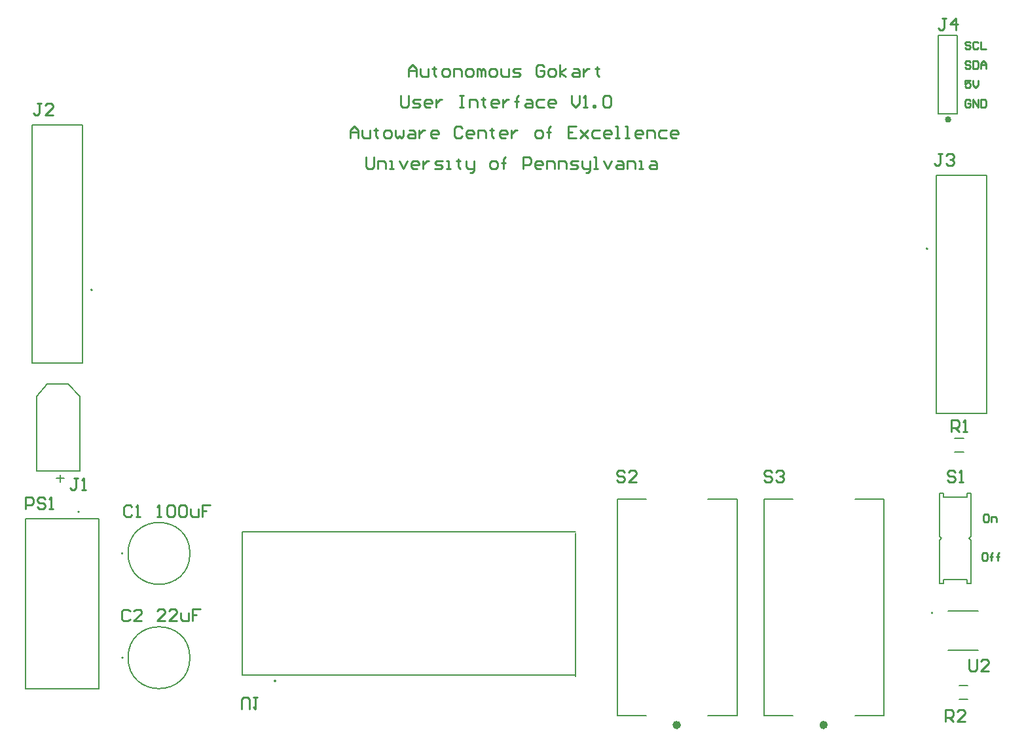
<source format=gto>
G04*
G04 #@! TF.GenerationSoftware,Altium Limited,Altium Designer,22.8.2 (66)*
G04*
G04 Layer_Color=65535*
%FSLAX42Y42*%
%MOMM*%
G71*
G04*
G04 #@! TF.SameCoordinates,889D92F3-8E91-4399-9715-C869CBAF0A79*
G04*
G04*
G04 #@! TF.FilePolarity,Positive*
G04*
G01*
G75*
%ADD10C,0.20*%
%ADD11C,0.61*%
%ADD12C,0.13*%
%ADD13C,0.40*%
%ADD14C,0.25*%
D10*
X3460Y850D02*
G03*
X3460Y850I-10J0D01*
G01*
X920Y3040D02*
G03*
X920Y3040I-10J0D01*
G01*
X1485Y2500D02*
G03*
X1485Y2500I-10J0D01*
G01*
Y1150D02*
G03*
X1485Y1150I-10J0D01*
G01*
X1088Y5912D02*
G03*
X1088Y5912I-10J0D01*
G01*
X11890Y6442D02*
G03*
X11890Y6442I-10J0D01*
G01*
X11956Y1731D02*
G03*
X11956Y1731I-10J0D01*
G01*
D11*
X8670Y280D02*
G03*
X8670Y280I-25J0D01*
G01*
X10570D02*
G03*
X10570Y280I-25J0D01*
G01*
D12*
X2350Y2500D02*
G03*
X2350Y2500I-400J0D01*
G01*
Y1150D02*
G03*
X2350Y1150I-400J0D01*
G01*
X3030Y923D02*
Y2777D01*
Y923D02*
X7335Y923D01*
X3030Y2777D02*
X7335Y2777D01*
X7335Y910D02*
Y2764D01*
X12047Y2112D02*
Y2671D01*
X12072Y2696D01*
X12047Y2721D02*
X12072Y2696D01*
X12047Y2721D02*
Y3280D01*
X12098D01*
Y3229D02*
Y3280D01*
Y3229D02*
X12402D01*
Y3280D01*
X12453D01*
Y2721D02*
Y3280D01*
X12428Y2696D02*
X12453Y2721D01*
X12428Y2696D02*
X12453Y2671D01*
Y2112D02*
Y2671D01*
X12402Y2112D02*
X12453D01*
X12402D02*
Y2163D01*
X12098D02*
X12402D01*
X12098Y2112D02*
Y2163D01*
X12047Y2112D02*
X12098D01*
X225Y2950D02*
X1175D01*
X225Y750D02*
Y2950D01*
Y750D02*
X1175D01*
Y2950D01*
X7875Y3200D02*
X8250D01*
X9050D02*
X9425D01*
X9050Y400D02*
X9425D01*
X7875D02*
X8250D01*
X9425D02*
Y3200D01*
X7875Y400D02*
Y3200D01*
X9775D02*
X10150D01*
X10950D02*
X11325D01*
X10950Y400D02*
X11325D01*
X9775D02*
X10150D01*
X11325D02*
Y3200D01*
X9775Y400D02*
Y3200D01*
X12025Y8192D02*
Y9208D01*
X12275D01*
Y8192D02*
Y9208D01*
X12025Y8192D02*
X12275D01*
X308Y4963D02*
Y8044D01*
X958D01*
X308Y4963D02*
X958D01*
Y8044D01*
X12650Y4310D02*
Y7390D01*
X12000Y4310D02*
X12650D01*
X12000Y7390D02*
X12650D01*
X12000Y4310D02*
Y7390D01*
X773Y4690D02*
X930Y4533D01*
X770Y4690D02*
X773D01*
X930Y3570D02*
Y4533D01*
X370Y3570D02*
Y4533D01*
X620Y3470D02*
X720D01*
X670Y3420D02*
Y3520D01*
X370Y3570D02*
X930D01*
X370Y4533D02*
X507Y4690D01*
X770D01*
X12242Y3988D02*
X12358D01*
X12242Y3812D02*
X12358D01*
X12155Y1752D02*
X12545D01*
X12155Y1248D02*
X12545D01*
X12295Y788D02*
X12411D01*
X12295Y612D02*
X12411D01*
D13*
X12174Y8117D02*
G03*
X12174Y8117I-20J0D01*
G01*
D14*
X12645Y2505D02*
X12612D01*
X12595Y2489D01*
Y2422D01*
X12612Y2405D01*
X12645D01*
X12662Y2422D01*
Y2489D01*
X12645Y2505D01*
X12712Y2405D02*
Y2489D01*
Y2455D01*
X12695D01*
X12729D01*
X12712D01*
Y2489D01*
X12729Y2505D01*
X12795Y2405D02*
Y2489D01*
Y2455D01*
X12779D01*
X12812D01*
X12795D01*
Y2489D01*
X12812Y2505D01*
X12665Y3005D02*
X12632D01*
X12615Y2989D01*
Y2922D01*
X12632Y2905D01*
X12665D01*
X12682Y2922D01*
Y2989D01*
X12665Y3005D01*
X12715Y2905D02*
Y2972D01*
X12765D01*
X12782Y2955D01*
Y2905D01*
X4425Y7875D02*
Y7977D01*
X4476Y8028D01*
X4527Y7977D01*
Y7875D01*
Y7952D01*
X4425D01*
X4578Y7977D02*
Y7901D01*
X4603Y7875D01*
X4679D01*
Y7977D01*
X4755Y8002D02*
Y7977D01*
X4730D01*
X4781D01*
X4755D01*
Y7901D01*
X4781Y7875D01*
X4882D02*
X4933D01*
X4959Y7901D01*
Y7952D01*
X4933Y7977D01*
X4882D01*
X4857Y7952D01*
Y7901D01*
X4882Y7875D01*
X5009Y7977D02*
Y7901D01*
X5035Y7875D01*
X5060Y7901D01*
X5086Y7875D01*
X5111Y7901D01*
Y7977D01*
X5187D02*
X5238D01*
X5263Y7952D01*
Y7875D01*
X5187D01*
X5162Y7901D01*
X5187Y7926D01*
X5263D01*
X5314Y7977D02*
Y7875D01*
Y7926D01*
X5340Y7952D01*
X5365Y7977D01*
X5390D01*
X5543Y7875D02*
X5492D01*
X5466Y7901D01*
Y7952D01*
X5492Y7977D01*
X5543D01*
X5568Y7952D01*
Y7926D01*
X5466D01*
X5873Y8002D02*
X5847Y8028D01*
X5797D01*
X5771Y8002D01*
Y7901D01*
X5797Y7875D01*
X5847D01*
X5873Y7901D01*
X6000Y7875D02*
X5949D01*
X5924Y7901D01*
Y7952D01*
X5949Y7977D01*
X6000D01*
X6025Y7952D01*
Y7926D01*
X5924D01*
X6076Y7875D02*
Y7977D01*
X6152D01*
X6177Y7952D01*
Y7875D01*
X6254Y8002D02*
Y7977D01*
X6228D01*
X6279D01*
X6254D01*
Y7901D01*
X6279Y7875D01*
X6431D02*
X6381D01*
X6355Y7901D01*
Y7952D01*
X6381Y7977D01*
X6431D01*
X6457Y7952D01*
Y7926D01*
X6355D01*
X6508Y7977D02*
Y7875D01*
Y7926D01*
X6533Y7952D01*
X6558Y7977D01*
X6584D01*
X6838Y7875D02*
X6888D01*
X6914Y7901D01*
Y7952D01*
X6888Y7977D01*
X6838D01*
X6812Y7952D01*
Y7901D01*
X6838Y7875D01*
X6990D02*
Y8002D01*
Y7952D01*
X6965D01*
X7015D01*
X6990D01*
Y8002D01*
X7015Y8028D01*
X7345D02*
X7244D01*
Y7875D01*
X7345D01*
X7244Y7952D02*
X7295D01*
X7396Y7977D02*
X7498Y7875D01*
X7447Y7926D01*
X7498Y7977D01*
X7396Y7875D01*
X7650Y7977D02*
X7574D01*
X7549Y7952D01*
Y7901D01*
X7574Y7875D01*
X7650D01*
X7777D02*
X7726D01*
X7701Y7901D01*
Y7952D01*
X7726Y7977D01*
X7777D01*
X7803Y7952D01*
Y7926D01*
X7701D01*
X7853Y7875D02*
X7904D01*
X7879D01*
Y8028D01*
X7853D01*
X7980Y7875D02*
X8031D01*
X8006D01*
Y8028D01*
X7980D01*
X8183Y7875D02*
X8133D01*
X8107Y7901D01*
Y7952D01*
X8133Y7977D01*
X8183D01*
X8209Y7952D01*
Y7926D01*
X8107D01*
X8260Y7875D02*
Y7977D01*
X8336D01*
X8361Y7952D01*
Y7875D01*
X8513Y7977D02*
X8437D01*
X8412Y7952D01*
Y7901D01*
X8437Y7875D01*
X8513D01*
X8640D02*
X8590D01*
X8564Y7901D01*
Y7952D01*
X8590Y7977D01*
X8640D01*
X8666Y7952D01*
Y7926D01*
X8564D01*
X5075Y8428D02*
Y8301D01*
X5101Y8275D01*
X5152D01*
X5177Y8301D01*
Y8428D01*
X5228Y8275D02*
X5304D01*
X5329Y8301D01*
X5304Y8326D01*
X5253D01*
X5228Y8352D01*
X5253Y8377D01*
X5329D01*
X5456Y8275D02*
X5405D01*
X5380Y8301D01*
Y8352D01*
X5405Y8377D01*
X5456D01*
X5482Y8352D01*
Y8326D01*
X5380D01*
X5532Y8377D02*
Y8275D01*
Y8326D01*
X5558Y8352D01*
X5583Y8377D01*
X5609D01*
X5837Y8428D02*
X5888D01*
X5863D01*
Y8275D01*
X5837D01*
X5888D01*
X5964D02*
Y8377D01*
X6040D01*
X6066Y8352D01*
Y8275D01*
X6142Y8402D02*
Y8377D01*
X6116D01*
X6167D01*
X6142D01*
Y8301D01*
X6167Y8275D01*
X6320D02*
X6269D01*
X6243Y8301D01*
Y8352D01*
X6269Y8377D01*
X6320D01*
X6345Y8352D01*
Y8326D01*
X6243D01*
X6396Y8377D02*
Y8275D01*
Y8326D01*
X6421Y8352D01*
X6447Y8377D01*
X6472D01*
X6574Y8275D02*
Y8402D01*
Y8352D01*
X6548D01*
X6599D01*
X6574D01*
Y8402D01*
X6599Y8428D01*
X6700Y8377D02*
X6751D01*
X6777Y8352D01*
Y8275D01*
X6700D01*
X6675Y8301D01*
X6700Y8326D01*
X6777D01*
X6929Y8377D02*
X6853D01*
X6827Y8352D01*
Y8301D01*
X6853Y8275D01*
X6929D01*
X7056D02*
X7005D01*
X6980Y8301D01*
Y8352D01*
X7005Y8377D01*
X7056D01*
X7081Y8352D01*
Y8326D01*
X6980D01*
X7284Y8428D02*
Y8326D01*
X7335Y8275D01*
X7386Y8326D01*
Y8428D01*
X7437Y8275D02*
X7488D01*
X7462D01*
Y8428D01*
X7437Y8402D01*
X7564Y8275D02*
Y8301D01*
X7589D01*
Y8275D01*
X7564D01*
X7691Y8402D02*
X7716Y8428D01*
X7767D01*
X7792Y8402D01*
Y8301D01*
X7767Y8275D01*
X7716D01*
X7691Y8301D01*
Y8402D01*
X4625Y7629D02*
Y7502D01*
X4651Y7476D01*
X4702D01*
X4727Y7502D01*
Y7629D01*
X4778Y7476D02*
Y7578D01*
X4854D01*
X4879Y7552D01*
Y7476D01*
X4930D02*
X4981D01*
X4955D01*
Y7578D01*
X4930D01*
X5057D02*
X5108Y7476D01*
X5159Y7578D01*
X5286Y7476D02*
X5235D01*
X5209Y7502D01*
Y7552D01*
X5235Y7578D01*
X5286D01*
X5311Y7552D01*
Y7527D01*
X5209D01*
X5362Y7578D02*
Y7476D01*
Y7527D01*
X5387Y7552D01*
X5413Y7578D01*
X5438D01*
X5514Y7476D02*
X5590D01*
X5616Y7502D01*
X5590Y7527D01*
X5540D01*
X5514Y7552D01*
X5540Y7578D01*
X5616D01*
X5666Y7476D02*
X5717D01*
X5692D01*
Y7578D01*
X5666D01*
X5819Y7603D02*
Y7578D01*
X5793D01*
X5844D01*
X5819D01*
Y7502D01*
X5844Y7476D01*
X5920Y7578D02*
Y7502D01*
X5946Y7476D01*
X6022D01*
Y7451D01*
X5997Y7425D01*
X5971D01*
X6022Y7476D02*
Y7578D01*
X6250Y7476D02*
X6301D01*
X6327Y7502D01*
Y7552D01*
X6301Y7578D01*
X6250D01*
X6225Y7552D01*
Y7502D01*
X6250Y7476D01*
X6403D02*
Y7603D01*
Y7552D01*
X6377D01*
X6428D01*
X6403D01*
Y7603D01*
X6428Y7629D01*
X6657Y7476D02*
Y7629D01*
X6733D01*
X6758Y7603D01*
Y7552D01*
X6733Y7527D01*
X6657D01*
X6885Y7476D02*
X6834D01*
X6809Y7502D01*
Y7552D01*
X6834Y7578D01*
X6885D01*
X6911Y7552D01*
Y7527D01*
X6809D01*
X6961Y7476D02*
Y7578D01*
X7038D01*
X7063Y7552D01*
Y7476D01*
X7114D02*
Y7578D01*
X7190D01*
X7215Y7552D01*
Y7476D01*
X7266D02*
X7342D01*
X7368Y7502D01*
X7342Y7527D01*
X7292D01*
X7266Y7552D01*
X7292Y7578D01*
X7368D01*
X7418D02*
Y7502D01*
X7444Y7476D01*
X7520D01*
Y7451D01*
X7495Y7425D01*
X7469D01*
X7520Y7476D02*
Y7578D01*
X7571Y7476D02*
X7622D01*
X7596D01*
Y7629D01*
X7571D01*
X7698Y7578D02*
X7749Y7476D01*
X7799Y7578D01*
X7876D02*
X7926D01*
X7952Y7552D01*
Y7476D01*
X7876D01*
X7850Y7502D01*
X7876Y7527D01*
X7952D01*
X8003Y7476D02*
Y7578D01*
X8079D01*
X8104Y7552D01*
Y7476D01*
X8155D02*
X8206D01*
X8180D01*
Y7578D01*
X8155D01*
X8307D02*
X8358D01*
X8383Y7552D01*
Y7476D01*
X8307D01*
X8282Y7502D01*
X8307Y7527D01*
X8383D01*
X5175Y8675D02*
Y8777D01*
X5226Y8828D01*
X5277Y8777D01*
Y8675D01*
Y8752D01*
X5175D01*
X5328Y8777D02*
Y8701D01*
X5353Y8675D01*
X5429D01*
Y8777D01*
X5505Y8802D02*
Y8777D01*
X5480D01*
X5531D01*
X5505D01*
Y8701D01*
X5531Y8675D01*
X5632D02*
X5683D01*
X5709Y8701D01*
Y8752D01*
X5683Y8777D01*
X5632D01*
X5607Y8752D01*
Y8701D01*
X5632Y8675D01*
X5759D02*
Y8777D01*
X5836D01*
X5861Y8752D01*
Y8675D01*
X5937D02*
X5988D01*
X6013Y8701D01*
Y8752D01*
X5988Y8777D01*
X5937D01*
X5912Y8752D01*
Y8701D01*
X5937Y8675D01*
X6064D02*
Y8777D01*
X6090D01*
X6115Y8752D01*
Y8675D01*
Y8752D01*
X6140Y8777D01*
X6166Y8752D01*
Y8675D01*
X6242D02*
X6293D01*
X6318Y8701D01*
Y8752D01*
X6293Y8777D01*
X6242D01*
X6216Y8752D01*
Y8701D01*
X6242Y8675D01*
X6369Y8777D02*
Y8701D01*
X6394Y8675D01*
X6470D01*
Y8777D01*
X6521Y8675D02*
X6597D01*
X6623Y8701D01*
X6597Y8726D01*
X6547D01*
X6521Y8752D01*
X6547Y8777D01*
X6623D01*
X6927Y8802D02*
X6902Y8828D01*
X6851D01*
X6826Y8802D01*
Y8701D01*
X6851Y8675D01*
X6902D01*
X6927Y8701D01*
Y8752D01*
X6877D01*
X7004Y8675D02*
X7054D01*
X7080Y8701D01*
Y8752D01*
X7054Y8777D01*
X7004D01*
X6978Y8752D01*
Y8701D01*
X7004Y8675D01*
X7131D02*
Y8828D01*
Y8726D02*
X7207Y8777D01*
X7131Y8726D02*
X7207Y8675D01*
X7308Y8777D02*
X7359D01*
X7384Y8752D01*
Y8675D01*
X7308D01*
X7283Y8701D01*
X7308Y8726D01*
X7384D01*
X7435Y8777D02*
Y8675D01*
Y8726D01*
X7461Y8752D01*
X7486Y8777D01*
X7511D01*
X7613Y8802D02*
Y8777D01*
X7588D01*
X7638D01*
X7613D01*
Y8701D01*
X7638Y8675D01*
X2027Y1625D02*
X1925D01*
X2027Y1727D01*
Y1752D01*
X2002Y1778D01*
X1951D01*
X1925Y1752D01*
X2179Y1625D02*
X2078D01*
X2179Y1727D01*
Y1752D01*
X2154Y1778D01*
X2103D01*
X2078Y1752D01*
X2230Y1727D02*
Y1651D01*
X2255Y1625D01*
X2332D01*
Y1727D01*
X2484Y1778D02*
X2382D01*
Y1702D01*
X2433D01*
X2382D01*
Y1625D01*
X1925Y2975D02*
X1976D01*
X1951D01*
Y3128D01*
X1925Y3102D01*
X2052D02*
X2078Y3128D01*
X2129D01*
X2154Y3102D01*
Y3001D01*
X2129Y2975D01*
X2078D01*
X2052Y3001D01*
Y3102D01*
X2205D02*
X2230Y3128D01*
X2281D01*
X2306Y3102D01*
Y3001D01*
X2281Y2975D01*
X2230D01*
X2205Y3001D01*
Y3102D01*
X2357Y3077D02*
Y3001D01*
X2382Y2975D01*
X2459D01*
Y3077D01*
X2611Y3128D02*
X2509D01*
Y3052D01*
X2560D01*
X2509D01*
Y2975D01*
X12442Y8359D02*
X12425Y8375D01*
X12392D01*
X12375Y8359D01*
Y8292D01*
X12392Y8275D01*
X12425D01*
X12442Y8292D01*
Y8325D01*
X12409D01*
X12475Y8275D02*
Y8375D01*
X12542Y8275D01*
Y8375D01*
X12575D02*
Y8275D01*
X12625D01*
X12642Y8292D01*
Y8359D01*
X12625Y8375D01*
X12575D01*
X12442Y9109D02*
X12425Y9125D01*
X12392D01*
X12375Y9109D01*
Y9092D01*
X12392Y9075D01*
X12425D01*
X12442Y9059D01*
Y9042D01*
X12425Y9025D01*
X12392D01*
X12375Y9042D01*
X12542Y9109D02*
X12525Y9125D01*
X12492D01*
X12475Y9109D01*
Y9042D01*
X12492Y9025D01*
X12525D01*
X12542Y9042D01*
X12575Y9125D02*
Y9025D01*
X12642D01*
X12442Y8859D02*
X12425Y8875D01*
X12392D01*
X12375Y8859D01*
Y8842D01*
X12392Y8825D01*
X12425D01*
X12442Y8809D01*
Y8792D01*
X12425Y8775D01*
X12392D01*
X12375Y8792D01*
X12475Y8875D02*
Y8775D01*
X12525D01*
X12542Y8792D01*
Y8859D01*
X12525Y8875D01*
X12475D01*
X12575Y8775D02*
Y8842D01*
X12609Y8875D01*
X12642Y8842D01*
Y8775D01*
Y8825D01*
X12575D01*
X12442Y8625D02*
X12375D01*
Y8575D01*
X12409Y8592D01*
X12425D01*
X12442Y8575D01*
Y8542D01*
X12425Y8525D01*
X12392D01*
X12375Y8542D01*
X12475Y8625D02*
Y8559D01*
X12509Y8525D01*
X12542Y8559D01*
Y8625D01*
X7975Y3551D02*
X7949Y3576D01*
X7898D01*
X7873Y3551D01*
Y3525D01*
X7898Y3500D01*
X7949D01*
X7975Y3475D01*
Y3449D01*
X7949Y3424D01*
X7898D01*
X7873Y3449D01*
X8127Y3424D02*
X8025D01*
X8127Y3525D01*
Y3551D01*
X8102Y3576D01*
X8051D01*
X8025Y3551D01*
X9875D02*
X9849Y3576D01*
X9798D01*
X9773Y3551D01*
Y3525D01*
X9798Y3500D01*
X9849D01*
X9875Y3475D01*
Y3449D01*
X9849Y3424D01*
X9798D01*
X9773Y3449D01*
X9925Y3551D02*
X9951Y3576D01*
X10002D01*
X10027Y3551D01*
Y3525D01*
X10002Y3500D01*
X9976D01*
X10002D01*
X10027Y3475D01*
Y3449D01*
X10002Y3424D01*
X9951D01*
X9925Y3449D01*
X222Y3074D02*
Y3226D01*
X298D01*
X324Y3201D01*
Y3150D01*
X298Y3125D01*
X222D01*
X476Y3201D02*
X451Y3226D01*
X400D01*
X375Y3201D01*
Y3175D01*
X400Y3150D01*
X451D01*
X476Y3125D01*
Y3099D01*
X451Y3074D01*
X400D01*
X375Y3099D01*
X527Y3074D02*
X578D01*
X552D01*
Y3226D01*
X527Y3201D01*
X12125Y9426D02*
X12074D01*
X12099D01*
Y9299D01*
X12074Y9274D01*
X12048D01*
X12023Y9299D01*
X12252Y9274D02*
Y9426D01*
X12175Y9350D01*
X12277D01*
X1575Y1751D02*
X1549Y1776D01*
X1498D01*
X1473Y1751D01*
Y1649D01*
X1498Y1624D01*
X1549D01*
X1575Y1649D01*
X1727Y1624D02*
X1625D01*
X1727Y1725D01*
Y1751D01*
X1702Y1776D01*
X1651D01*
X1625Y1751D01*
X1600Y3101D02*
X1575Y3126D01*
X1524D01*
X1498Y3101D01*
Y2999D01*
X1524Y2974D01*
X1575D01*
X1600Y2999D01*
X1651Y2974D02*
X1702D01*
X1676D01*
Y3126D01*
X1651Y3101D01*
X425Y8326D02*
X374D01*
X399D01*
Y8199D01*
X374Y8174D01*
X348D01*
X323Y8199D01*
X577Y8174D02*
X475D01*
X577Y8275D01*
Y8301D01*
X552Y8326D01*
X501D01*
X475Y8301D01*
X12075Y7676D02*
X12024D01*
X12049D01*
Y7549D01*
X12024Y7524D01*
X11998D01*
X11973Y7549D01*
X12125Y7651D02*
X12151Y7676D01*
X12202D01*
X12227Y7651D01*
Y7625D01*
X12202Y7600D01*
X12176D01*
X12202D01*
X12227Y7575D01*
Y7549D01*
X12202Y7524D01*
X12151D01*
X12125Y7549D01*
X3017Y486D02*
Y613D01*
X3042Y638D01*
X3093D01*
X3118Y613D01*
Y486D01*
X3169Y638D02*
X3220D01*
X3195D01*
Y486D01*
X3169Y511D01*
X12423Y1126D02*
Y999D01*
X12448Y974D01*
X12499D01*
X12525Y999D01*
Y1126D01*
X12677Y974D02*
X12575D01*
X12677Y1075D01*
Y1101D01*
X12652Y1126D01*
X12601D01*
X12575Y1101D01*
X12250Y3547D02*
X12225Y3572D01*
X12174D01*
X12148Y3547D01*
Y3521D01*
X12174Y3496D01*
X12225D01*
X12250Y3471D01*
Y3445D01*
X12225Y3420D01*
X12174D01*
X12148Y3445D01*
X12301Y3420D02*
X12352D01*
X12326D01*
Y3572D01*
X12301Y3547D01*
X12123Y324D02*
Y476D01*
X12199D01*
X12225Y451D01*
Y400D01*
X12199Y375D01*
X12123D01*
X12174D02*
X12225Y324D01*
X12377D02*
X12275D01*
X12377Y425D01*
Y451D01*
X12352Y476D01*
X12301D01*
X12275Y451D01*
X12198Y4074D02*
Y4226D01*
X12275D01*
X12300Y4201D01*
Y4150D01*
X12275Y4125D01*
X12198D01*
X12249D02*
X12300Y4074D01*
X12351D02*
X12402D01*
X12376D01*
Y4226D01*
X12351Y4201D01*
X900Y3476D02*
X849D01*
X875D01*
Y3349D01*
X849Y3324D01*
X824D01*
X798Y3349D01*
X951Y3324D02*
X1002D01*
X976D01*
Y3476D01*
X951Y3451D01*
M02*

</source>
